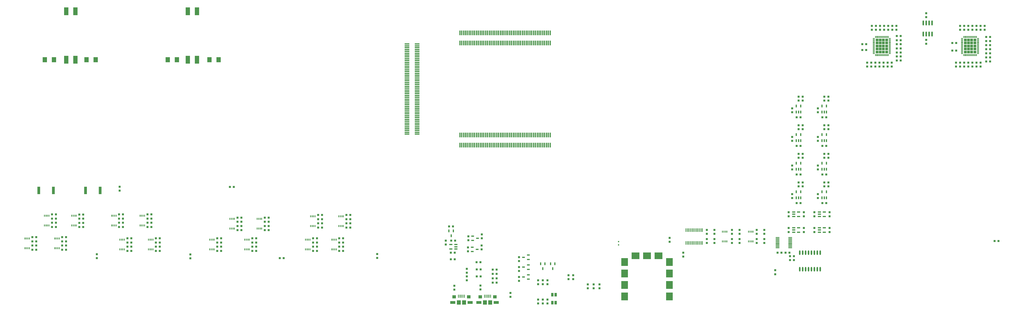
<source format=gtp>
G04*
G04 #@! TF.GenerationSoftware,Altium Limited,Altium Designer,18.1.6 (161)*
G04*
G04 Layer_Color=8421504*
%FSLAX25Y25*%
%MOIN*%
G70*
G01*
G75*
%ADD28R,0.03937X0.05906*%
%ADD29R,0.03740X0.03740*%
%ADD30R,0.03740X0.03740*%
%ADD31R,0.02362X0.01968*%
%ADD32R,0.07500X0.13500*%
%ADD33R,0.07500X0.09000*%
%ADD34R,0.02441X0.04803*%
%ADD35R,0.01654X0.03500*%
%ADD36R,0.01200X0.03200*%
%ADD37R,0.03200X0.01200*%
%ADD38R,0.11811X0.13780*%
%ADD39R,0.13780X0.11811*%
%ADD40R,0.08000X0.02000*%
%ADD41R,0.02000X0.08000*%
%ADD42O,0.02362X0.07874*%
%ADD43R,0.01575X0.05315*%
%ADD44R,0.04900X0.12500*%
%ADD45O,0.02362X0.08661*%
%ADD46R,0.05709X0.02165*%
%ADD47R,0.05709X0.02165*%
%ADD48R,0.05118X0.02362*%
%ADD49R,0.06299X0.05512*%
%ADD50R,0.09055X0.05118*%
%ADD51R,0.07087X0.07480*%
%ADD52R,0.02362X0.05118*%
%ADD53R,0.01181X0.06299*%
%ADD54O,0.06890X0.01181*%
G36*
X1504953Y453784D02*
X1500317D01*
Y458153D01*
X1504953D01*
Y453784D01*
D02*
G37*
G36*
X1499529D02*
X1494894D01*
Y458153D01*
X1499529D01*
Y453784D01*
D02*
G37*
G36*
X1494106D02*
X1489470D01*
Y458153D01*
X1494106D01*
Y453784D01*
D02*
G37*
G36*
X1488683D02*
X1484047D01*
Y458153D01*
X1488683D01*
Y453784D01*
D02*
G37*
G36*
X1504953Y448626D02*
X1500317D01*
Y452996D01*
X1504953D01*
Y448626D01*
D02*
G37*
G36*
X1499529D02*
X1494894D01*
Y452996D01*
X1499529D01*
Y448626D01*
D02*
G37*
G36*
X1494106D02*
X1489470D01*
Y452996D01*
X1494106D01*
Y448626D01*
D02*
G37*
G36*
X1488683D02*
X1484047D01*
Y452996D01*
X1488683D01*
Y448626D01*
D02*
G37*
G36*
X1504953Y443469D02*
X1500317D01*
Y447839D01*
X1504953D01*
Y443469D01*
D02*
G37*
G36*
X1499529D02*
X1494894D01*
Y447839D01*
X1499529D01*
Y443469D01*
D02*
G37*
G36*
X1494106D02*
X1489470D01*
Y447839D01*
X1494106D01*
Y443469D01*
D02*
G37*
G36*
X1488683D02*
X1484047D01*
Y447839D01*
X1488683D01*
Y443469D01*
D02*
G37*
G36*
X1504953Y438311D02*
X1500317D01*
Y442681D01*
X1504953D01*
Y438311D01*
D02*
G37*
G36*
X1499529D02*
X1494894D01*
Y442681D01*
X1499529D01*
Y438311D01*
D02*
G37*
G36*
X1494106D02*
X1489470D01*
Y442681D01*
X1494106D01*
Y438311D01*
D02*
G37*
G36*
X1488683D02*
X1484047D01*
Y442681D01*
X1488683D01*
Y438311D01*
D02*
G37*
G36*
X1504953Y433153D02*
X1500317D01*
Y437524D01*
X1504953D01*
Y433153D01*
D02*
G37*
G36*
X1499529D02*
X1494894D01*
Y437524D01*
X1499529D01*
Y433153D01*
D02*
G37*
G36*
X1494106D02*
X1489470D01*
Y437524D01*
X1494106D01*
Y433153D01*
D02*
G37*
G36*
X1488683D02*
X1484047D01*
Y437524D01*
X1488683D01*
Y433153D01*
D02*
G37*
G36*
X1655953Y453784D02*
X1651317D01*
Y458153D01*
X1655953D01*
Y453784D01*
D02*
G37*
G36*
X1650529D02*
X1645894D01*
Y458153D01*
X1650529D01*
Y453784D01*
D02*
G37*
G36*
X1645106D02*
X1640471D01*
Y458153D01*
X1645106D01*
Y453784D01*
D02*
G37*
G36*
X1639683D02*
X1635047D01*
Y458153D01*
X1639683D01*
Y453784D01*
D02*
G37*
G36*
X1655953Y448626D02*
X1651317D01*
Y452996D01*
X1655953D01*
Y448626D01*
D02*
G37*
G36*
X1650529D02*
X1645894D01*
Y452996D01*
X1650529D01*
Y448626D01*
D02*
G37*
G36*
X1645106D02*
X1640471D01*
Y452996D01*
X1645106D01*
Y448626D01*
D02*
G37*
G36*
X1639683D02*
X1635047D01*
Y452996D01*
X1639683D01*
Y448626D01*
D02*
G37*
G36*
X1655953Y443469D02*
X1651317D01*
Y447839D01*
X1655953D01*
Y443469D01*
D02*
G37*
G36*
X1650529D02*
X1645894D01*
Y447839D01*
X1650529D01*
Y443469D01*
D02*
G37*
G36*
X1645106D02*
X1640471D01*
Y447839D01*
X1645106D01*
Y443469D01*
D02*
G37*
G36*
X1639683D02*
X1635047D01*
Y447839D01*
X1639683D01*
Y443469D01*
D02*
G37*
G36*
X1655953Y438311D02*
X1651317D01*
Y442681D01*
X1655953D01*
Y438311D01*
D02*
G37*
G36*
X1650529D02*
X1645894D01*
Y442681D01*
X1650529D01*
Y438311D01*
D02*
G37*
G36*
X1645106D02*
X1640471D01*
Y442681D01*
X1645106D01*
Y438311D01*
D02*
G37*
G36*
X1639683D02*
X1635047D01*
Y442681D01*
X1639683D01*
Y438311D01*
D02*
G37*
G36*
X1655953Y433153D02*
X1651317D01*
Y437524D01*
X1655953D01*
Y433153D01*
D02*
G37*
G36*
X1650529D02*
X1645894D01*
Y437524D01*
X1650529D01*
Y433153D01*
D02*
G37*
G36*
X1645106D02*
X1640471D01*
Y437524D01*
X1645106D01*
Y433153D01*
D02*
G37*
G36*
X1639683D02*
X1635047D01*
Y437524D01*
X1639683D01*
Y433153D01*
D02*
G37*
D28*
X930878Y19390D02*
D03*
Y5610D02*
D03*
X936390Y19390D02*
D03*
Y5610D02*
D03*
X930878D02*
D03*
D29*
X835347Y55000D02*
D03*
X828654D02*
D03*
X835347Y62500D02*
D03*
X828654D02*
D03*
Y47500D02*
D03*
X835347D02*
D03*
X801153Y75000D02*
D03*
X807847D02*
D03*
X835347Y40000D02*
D03*
X828654D02*
D03*
X757654Y112000D02*
D03*
X764347D02*
D03*
X754153Y136500D02*
D03*
X760847D02*
D03*
X385846Y204000D02*
D03*
X379153D02*
D03*
X464500Y82000D02*
D03*
X471193D02*
D03*
X1687500Y111241D02*
D03*
X1694193D02*
D03*
X801280Y50657D02*
D03*
X807973D02*
D03*
X801280Y62657D02*
D03*
X807973D02*
D03*
X757154Y80000D02*
D03*
X763846D02*
D03*
Y91500D02*
D03*
X757154D02*
D03*
X1348654Y323500D02*
D03*
X1355346D02*
D03*
X1348654Y274500D02*
D03*
X1355346D02*
D03*
X1348654Y225500D02*
D03*
X1355346D02*
D03*
X1348654Y176500D02*
D03*
X1355346D02*
D03*
X1392653Y323500D02*
D03*
X1399347D02*
D03*
X1392653Y274500D02*
D03*
X1399347D02*
D03*
X1392653Y225500D02*
D03*
X1399347D02*
D03*
X1392653Y176500D02*
D03*
X1399347D02*
D03*
X536665Y141623D02*
D03*
X529972D02*
D03*
X398748Y137167D02*
D03*
X392055D02*
D03*
X196235Y142667D02*
D03*
X189542D02*
D03*
X81346D02*
D03*
X74654D02*
D03*
X528014Y101667D02*
D03*
X521321D02*
D03*
X364054D02*
D03*
X357361D02*
D03*
X210347D02*
D03*
X203654D02*
D03*
X47846Y103667D02*
D03*
X41153D02*
D03*
X585100Y141623D02*
D03*
X578407D02*
D03*
X445400Y137167D02*
D03*
X438707D02*
D03*
X244847Y142667D02*
D03*
X238154D02*
D03*
X128024Y142456D02*
D03*
X121331D02*
D03*
X572847Y101667D02*
D03*
X566153D02*
D03*
X424061D02*
D03*
X417369D02*
D03*
X259270D02*
D03*
X252577D02*
D03*
X98847Y103667D02*
D03*
X92154D02*
D03*
X536665Y155956D02*
D03*
X529972D02*
D03*
X398748Y151500D02*
D03*
X392055D02*
D03*
X196235Y157000D02*
D03*
X189542D02*
D03*
X81346D02*
D03*
X74654D02*
D03*
X528014Y116000D02*
D03*
X521321D02*
D03*
X364054D02*
D03*
X357361D02*
D03*
X210347D02*
D03*
X203654D02*
D03*
X47846Y118000D02*
D03*
X41153D02*
D03*
X585100Y155956D02*
D03*
X578407D02*
D03*
X445400Y151500D02*
D03*
X438707D02*
D03*
X244847Y157000D02*
D03*
X238154D02*
D03*
X128024Y156789D02*
D03*
X121331D02*
D03*
X572847Y116000D02*
D03*
X566153D02*
D03*
X424061D02*
D03*
X417369D02*
D03*
X259270D02*
D03*
X252577D02*
D03*
X98847Y118000D02*
D03*
X92154D02*
D03*
X536665Y134456D02*
D03*
X529972D02*
D03*
X398748Y130000D02*
D03*
X392055D02*
D03*
X196235Y135500D02*
D03*
X189542D02*
D03*
X81346D02*
D03*
X74654D02*
D03*
X528014Y94500D02*
D03*
X521321D02*
D03*
X364054D02*
D03*
X357361D02*
D03*
X210347D02*
D03*
X203654D02*
D03*
X47846Y96500D02*
D03*
X41153D02*
D03*
X585100Y134456D02*
D03*
X578407D02*
D03*
X445400Y130000D02*
D03*
X438707D02*
D03*
X244847Y135500D02*
D03*
X238154D02*
D03*
X128024Y135289D02*
D03*
X121331D02*
D03*
X572847Y94500D02*
D03*
X566153D02*
D03*
X424061D02*
D03*
X417369D02*
D03*
X259270D02*
D03*
X252577D02*
D03*
X98847Y96500D02*
D03*
X92154D02*
D03*
X536665Y148789D02*
D03*
X529972D02*
D03*
X398748Y144333D02*
D03*
X392055D02*
D03*
X196235Y149833D02*
D03*
X189542D02*
D03*
X81346D02*
D03*
X74654D02*
D03*
X528014Y108833D02*
D03*
X521321D02*
D03*
X364054D02*
D03*
X357361D02*
D03*
X210347D02*
D03*
X203654D02*
D03*
X47846Y110833D02*
D03*
X41153D02*
D03*
X585100Y148789D02*
D03*
X578407D02*
D03*
X445400Y144333D02*
D03*
X438707D02*
D03*
X244847Y149833D02*
D03*
X238154D02*
D03*
X128024Y149623D02*
D03*
X121331D02*
D03*
X572847Y108833D02*
D03*
X566153D02*
D03*
X424061D02*
D03*
X417369D02*
D03*
X259270D02*
D03*
X252577D02*
D03*
X98847Y110833D02*
D03*
X92154D02*
D03*
X1316075Y91524D02*
D03*
X1322768D02*
D03*
X1336347D02*
D03*
X1329653D02*
D03*
X1679847Y440204D02*
D03*
X1673153D02*
D03*
X1679847Y419204D02*
D03*
X1673153D02*
D03*
X1679847Y426203D02*
D03*
X1673153D02*
D03*
X1679847Y447203D02*
D03*
X1673153D02*
D03*
X1615154Y437580D02*
D03*
X1621847D02*
D03*
X1679847Y454204D02*
D03*
X1673153D02*
D03*
X1679847Y461203D02*
D03*
X1673153D02*
D03*
X1679847Y433204D02*
D03*
X1673153D02*
D03*
X1615154Y450654D02*
D03*
X1621847D02*
D03*
X1526847Y441500D02*
D03*
X1520154D02*
D03*
X1526847Y448654D02*
D03*
X1520154D02*
D03*
X1526847Y434500D02*
D03*
X1520154D02*
D03*
X1461154Y438654D02*
D03*
X1467846D02*
D03*
X1526847Y455500D02*
D03*
X1520154D02*
D03*
X1526847Y420653D02*
D03*
X1520154D02*
D03*
X1461154Y448654D02*
D03*
X1467846D02*
D03*
X1526847Y462653D02*
D03*
X1520154D02*
D03*
X1526847Y427579D02*
D03*
X1520154D02*
D03*
D30*
X906500Y4413D02*
D03*
Y11106D02*
D03*
X914500Y4413D02*
D03*
Y11106D02*
D03*
X922500Y4413D02*
D03*
Y11106D02*
D03*
X807626Y28311D02*
D03*
Y35004D02*
D03*
X809875Y97154D02*
D03*
Y103847D02*
D03*
X786500Y93654D02*
D03*
Y100347D02*
D03*
X810000Y116154D02*
D03*
Y122846D02*
D03*
X787000Y112654D02*
D03*
Y119346D02*
D03*
X763000Y27957D02*
D03*
Y34650D02*
D03*
X784500Y50846D02*
D03*
Y44153D02*
D03*
Y57153D02*
D03*
Y63846D02*
D03*
X1352000Y358846D02*
D03*
Y352153D02*
D03*
Y309846D02*
D03*
Y303153D02*
D03*
Y260846D02*
D03*
Y254153D02*
D03*
Y211846D02*
D03*
Y205153D02*
D03*
X1359000Y352153D02*
D03*
Y358846D02*
D03*
Y303153D02*
D03*
Y309846D02*
D03*
Y254153D02*
D03*
Y260846D02*
D03*
Y205153D02*
D03*
Y211846D02*
D03*
X1403000Y358846D02*
D03*
Y352153D02*
D03*
Y309846D02*
D03*
Y303153D02*
D03*
Y260846D02*
D03*
Y254153D02*
D03*
Y211846D02*
D03*
Y205153D02*
D03*
X1396000Y352153D02*
D03*
Y358846D02*
D03*
Y303153D02*
D03*
Y309846D02*
D03*
Y254153D02*
D03*
Y260846D02*
D03*
Y205153D02*
D03*
Y211846D02*
D03*
X190571Y204346D02*
D03*
Y197653D02*
D03*
X1131500Y116772D02*
D03*
Y110079D02*
D03*
X631000Y88928D02*
D03*
Y82235D02*
D03*
X311503Y88346D02*
D03*
Y81653D02*
D03*
X151476Y88859D02*
D03*
Y82166D02*
D03*
X1154737Y84592D02*
D03*
Y91285D02*
D03*
X748370Y112024D02*
D03*
Y105331D02*
D03*
X1312087Y54559D02*
D03*
Y61252D02*
D03*
X991500Y37106D02*
D03*
Y30413D02*
D03*
X1001500Y37106D02*
D03*
Y30413D02*
D03*
X1011500Y37106D02*
D03*
Y30413D02*
D03*
X958500Y52606D02*
D03*
Y45913D02*
D03*
X873634Y49847D02*
D03*
Y43154D02*
D03*
Y66847D02*
D03*
Y60154D02*
D03*
Y83846D02*
D03*
Y77153D02*
D03*
X906500Y37413D02*
D03*
Y44106D02*
D03*
X914500Y37413D02*
D03*
Y44106D02*
D03*
X922500Y37413D02*
D03*
Y44106D02*
D03*
X1570500Y449500D02*
D03*
Y456193D02*
D03*
Y501847D02*
D03*
Y495154D02*
D03*
X1341000Y332154D02*
D03*
Y338846D02*
D03*
Y283154D02*
D03*
Y289846D02*
D03*
Y234154D02*
D03*
Y240846D02*
D03*
Y185153D02*
D03*
Y191847D02*
D03*
X1385000Y338846D02*
D03*
Y332154D02*
D03*
Y289846D02*
D03*
Y283154D02*
D03*
Y240846D02*
D03*
Y234154D02*
D03*
Y191847D02*
D03*
Y185153D02*
D03*
X1405000Y153894D02*
D03*
Y160587D02*
D03*
X1361000Y153894D02*
D03*
Y160587D02*
D03*
X1405000Y126894D02*
D03*
Y133587D02*
D03*
X1361000Y126894D02*
D03*
Y133587D02*
D03*
X1379000Y153894D02*
D03*
Y160587D02*
D03*
X1335000Y153894D02*
D03*
Y160587D02*
D03*
X1379000Y126894D02*
D03*
Y133587D02*
D03*
X1335000Y126894D02*
D03*
Y133587D02*
D03*
X1293500Y123653D02*
D03*
Y130347D02*
D03*
Y114847D02*
D03*
Y108153D02*
D03*
X1280500Y123653D02*
D03*
Y130347D02*
D03*
X1280559Y114847D02*
D03*
Y108153D02*
D03*
X1238000Y123653D02*
D03*
Y130347D02*
D03*
Y114847D02*
D03*
Y108153D02*
D03*
X1251000Y123653D02*
D03*
Y130347D02*
D03*
Y114847D02*
D03*
Y108153D02*
D03*
X1195000Y123653D02*
D03*
Y130347D02*
D03*
X1208000Y114847D02*
D03*
Y108153D02*
D03*
Y123653D02*
D03*
Y130347D02*
D03*
X1195000Y114847D02*
D03*
Y108153D02*
D03*
X1337500Y78820D02*
D03*
Y85512D02*
D03*
X1344000Y78820D02*
D03*
Y85512D02*
D03*
X966500Y45913D02*
D03*
Y52606D02*
D03*
X859000Y15653D02*
D03*
Y22346D02*
D03*
X1656500Y410307D02*
D03*
Y417000D02*
D03*
X1663500Y410307D02*
D03*
Y417000D02*
D03*
X1642500Y410307D02*
D03*
Y417000D02*
D03*
X1649500Y410307D02*
D03*
Y417000D02*
D03*
X1628500Y480000D02*
D03*
Y473307D02*
D03*
Y410307D02*
D03*
Y417000D02*
D03*
X1621500Y410307D02*
D03*
Y417000D02*
D03*
X1635500Y480000D02*
D03*
Y473307D02*
D03*
X1642500Y480000D02*
D03*
Y473307D02*
D03*
X1635500Y410307D02*
D03*
Y417000D02*
D03*
X1663500Y480000D02*
D03*
Y473307D02*
D03*
X1670500Y480000D02*
D03*
Y473307D02*
D03*
X1656500Y480000D02*
D03*
Y473307D02*
D03*
X1649500Y480000D02*
D03*
Y473307D02*
D03*
X1477500Y480000D02*
D03*
Y473307D02*
D03*
X1483500Y410307D02*
D03*
Y417000D02*
D03*
X1504500Y410307D02*
D03*
Y417000D02*
D03*
X1511500Y410307D02*
D03*
Y417000D02*
D03*
X1490500Y410307D02*
D03*
Y417000D02*
D03*
X1497500Y410307D02*
D03*
Y417000D02*
D03*
X1469500Y410307D02*
D03*
Y417000D02*
D03*
X1476500Y410307D02*
D03*
Y417000D02*
D03*
X1498500Y480000D02*
D03*
Y473307D02*
D03*
X1505500Y480000D02*
D03*
Y473307D02*
D03*
X1519500Y480000D02*
D03*
Y473307D02*
D03*
X1512500Y480000D02*
D03*
Y473307D02*
D03*
X1484500Y480000D02*
D03*
Y473307D02*
D03*
X1491500Y480000D02*
D03*
Y473307D02*
D03*
D31*
X1044000Y104744D02*
D03*
Y110256D02*
D03*
D32*
X322665Y421999D02*
D03*
X307169D02*
D03*
X322665Y504999D02*
D03*
X307169D02*
D03*
X114665Y421999D02*
D03*
X99169D02*
D03*
X114665Y504999D02*
D03*
X99169D02*
D03*
D33*
X288319Y421999D02*
D03*
X272823D02*
D03*
X344169D02*
D03*
X359665D02*
D03*
X78067D02*
D03*
X62571D02*
D03*
X133823D02*
D03*
X149319D02*
D03*
D34*
X1355740Y332343D02*
D03*
X1352000D02*
D03*
X1348260D02*
D03*
Y342657D02*
D03*
X1355740D02*
D03*
X1355740Y283343D02*
D03*
X1352000D02*
D03*
X1348260D02*
D03*
Y293657D02*
D03*
X1355740D02*
D03*
X1355740Y234343D02*
D03*
X1352000D02*
D03*
X1348260D02*
D03*
Y244657D02*
D03*
X1355740D02*
D03*
X1355740Y185343D02*
D03*
X1352000D02*
D03*
X1348260D02*
D03*
Y195658D02*
D03*
X1355740D02*
D03*
X1399740Y332343D02*
D03*
X1396000D02*
D03*
X1392260D02*
D03*
Y342657D02*
D03*
X1399740D02*
D03*
X1399740Y283343D02*
D03*
X1396000D02*
D03*
X1392260D02*
D03*
Y293657D02*
D03*
X1399740D02*
D03*
X1399740Y234343D02*
D03*
X1396000D02*
D03*
X1392260D02*
D03*
Y244657D02*
D03*
X1399740D02*
D03*
X1399740Y185343D02*
D03*
X1396000D02*
D03*
X1392260D02*
D03*
Y195658D02*
D03*
X1399740D02*
D03*
D35*
X524818Y153743D02*
D03*
Y137167D02*
D03*
X522259D02*
D03*
X519700D02*
D03*
X517141D02*
D03*
X522259Y153743D02*
D03*
X519700D02*
D03*
X517141D02*
D03*
X386902Y149287D02*
D03*
Y132711D02*
D03*
X384343D02*
D03*
X381783D02*
D03*
X379224D02*
D03*
X384343Y149287D02*
D03*
X381783D02*
D03*
X379224D02*
D03*
X184388Y154787D02*
D03*
Y138211D02*
D03*
X181829D02*
D03*
X179270D02*
D03*
X176711D02*
D03*
X181829Y154787D02*
D03*
X179270D02*
D03*
X176711D02*
D03*
X69500D02*
D03*
Y138211D02*
D03*
X66941D02*
D03*
X64382D02*
D03*
X61823D02*
D03*
X66941Y154787D02*
D03*
X64382D02*
D03*
X61823D02*
D03*
X516168Y113787D02*
D03*
Y97211D02*
D03*
X513609D02*
D03*
X511050D02*
D03*
X508491D02*
D03*
X513609Y113787D02*
D03*
X511050D02*
D03*
X508491D02*
D03*
X352207D02*
D03*
Y97211D02*
D03*
X349648D02*
D03*
X347089D02*
D03*
X344530D02*
D03*
X349648Y113787D02*
D03*
X347089D02*
D03*
X344530D02*
D03*
X198500D02*
D03*
Y97211D02*
D03*
X195941D02*
D03*
X193382D02*
D03*
X190823D02*
D03*
X195941Y113787D02*
D03*
X193382D02*
D03*
X190823D02*
D03*
X36000Y115787D02*
D03*
Y99211D02*
D03*
X33441D02*
D03*
X30882D02*
D03*
X28323D02*
D03*
X33441Y115787D02*
D03*
X30882D02*
D03*
X28323D02*
D03*
X573253Y153743D02*
D03*
Y137167D02*
D03*
X570694D02*
D03*
X568135D02*
D03*
X565576D02*
D03*
X570694Y153743D02*
D03*
X568135D02*
D03*
X565576D02*
D03*
X433554Y149287D02*
D03*
Y132711D02*
D03*
X430995D02*
D03*
X428435D02*
D03*
X425876D02*
D03*
X430995Y149287D02*
D03*
X428435D02*
D03*
X425876D02*
D03*
X233000Y154787D02*
D03*
Y138211D02*
D03*
X230441D02*
D03*
X227882D02*
D03*
X225323D02*
D03*
X230441Y154787D02*
D03*
X227882D02*
D03*
X225323D02*
D03*
X116177Y154577D02*
D03*
Y138000D02*
D03*
X113618D02*
D03*
X111059D02*
D03*
X108500D02*
D03*
X113618Y154577D02*
D03*
X111059D02*
D03*
X108500D02*
D03*
X561000Y113787D02*
D03*
Y97211D02*
D03*
X558441D02*
D03*
X555882D02*
D03*
X553323D02*
D03*
X558441Y113787D02*
D03*
X555882D02*
D03*
X553323D02*
D03*
X412215D02*
D03*
Y97211D02*
D03*
X409656D02*
D03*
X407097D02*
D03*
X404538D02*
D03*
X409656Y113787D02*
D03*
X407097D02*
D03*
X404538D02*
D03*
X247424D02*
D03*
Y97211D02*
D03*
X244865D02*
D03*
X242305D02*
D03*
X239746D02*
D03*
X244865Y113787D02*
D03*
X242305D02*
D03*
X239746D02*
D03*
X87000Y115787D02*
D03*
Y99211D02*
D03*
X84441D02*
D03*
X81882D02*
D03*
X79323D02*
D03*
X84441Y115787D02*
D03*
X81882D02*
D03*
X79323D02*
D03*
X1274177Y127288D02*
D03*
Y110712D02*
D03*
X1271618D02*
D03*
X1269059D02*
D03*
X1266500D02*
D03*
X1271618Y127288D02*
D03*
X1269059D02*
D03*
X1266500D02*
D03*
X1229598D02*
D03*
Y110712D02*
D03*
X1227039D02*
D03*
X1224480D02*
D03*
X1221921D02*
D03*
X1227039Y127288D02*
D03*
X1224480D02*
D03*
X1221921D02*
D03*
D36*
X1656327Y430103D02*
D03*
X1654358D02*
D03*
X1652390D02*
D03*
X1650421D02*
D03*
X1648453D02*
D03*
X1646484D02*
D03*
X1644516D02*
D03*
X1642547D02*
D03*
X1640579D02*
D03*
X1638610D02*
D03*
X1636642D02*
D03*
X1634673D02*
D03*
Y461203D02*
D03*
X1636642D02*
D03*
X1638610D02*
D03*
X1640579D02*
D03*
X1642547D02*
D03*
X1644516D02*
D03*
X1646484D02*
D03*
X1648453D02*
D03*
X1650421D02*
D03*
X1652390D02*
D03*
X1654358D02*
D03*
X1656327D02*
D03*
X1505327Y430103D02*
D03*
X1503358D02*
D03*
X1501390D02*
D03*
X1499421D02*
D03*
X1497453D02*
D03*
X1495484D02*
D03*
X1493516D02*
D03*
X1491547D02*
D03*
X1489579D02*
D03*
X1487610D02*
D03*
X1485642D02*
D03*
X1483673D02*
D03*
Y461203D02*
D03*
X1485642D02*
D03*
X1487610D02*
D03*
X1489579D02*
D03*
X1491547D02*
D03*
X1493516D02*
D03*
X1495484D02*
D03*
X1497453D02*
D03*
X1499421D02*
D03*
X1501390D02*
D03*
X1503358D02*
D03*
X1505327D02*
D03*
D37*
X1631900Y432858D02*
D03*
Y434827D02*
D03*
Y436795D02*
D03*
Y438764D02*
D03*
Y440732D02*
D03*
Y442701D02*
D03*
Y444669D02*
D03*
Y446638D02*
D03*
Y448606D02*
D03*
Y450575D02*
D03*
Y452543D02*
D03*
Y454512D02*
D03*
Y456480D02*
D03*
Y458449D02*
D03*
X1659100D02*
D03*
Y456480D02*
D03*
Y454512D02*
D03*
Y452543D02*
D03*
Y450575D02*
D03*
Y448606D02*
D03*
Y446638D02*
D03*
Y444669D02*
D03*
Y442701D02*
D03*
Y440732D02*
D03*
Y438764D02*
D03*
Y436795D02*
D03*
Y434827D02*
D03*
Y432858D02*
D03*
X1480900D02*
D03*
Y434827D02*
D03*
Y436795D02*
D03*
Y438764D02*
D03*
Y440732D02*
D03*
Y442701D02*
D03*
Y444669D02*
D03*
Y446638D02*
D03*
Y448606D02*
D03*
Y450575D02*
D03*
Y452543D02*
D03*
Y454512D02*
D03*
Y456480D02*
D03*
Y458449D02*
D03*
X1508100D02*
D03*
Y456480D02*
D03*
Y454512D02*
D03*
Y452543D02*
D03*
Y450575D02*
D03*
Y448606D02*
D03*
Y446638D02*
D03*
Y444669D02*
D03*
Y442701D02*
D03*
Y440732D02*
D03*
Y438764D02*
D03*
Y436795D02*
D03*
Y434827D02*
D03*
Y432858D02*
D03*
D38*
X1131272Y36000D02*
D03*
Y55685D02*
D03*
Y16315D02*
D03*
Y75370D02*
D03*
X1054500D02*
D03*
Y16315D02*
D03*
Y55685D02*
D03*
Y36000D02*
D03*
D39*
X1092886Y86197D02*
D03*
X1073201D02*
D03*
X1112571D02*
D03*
D40*
X699492Y310371D02*
D03*
Y304072D02*
D03*
Y294623D02*
D03*
X682169Y310371D02*
D03*
Y304072D02*
D03*
Y294623D02*
D03*
X699492Y345017D02*
D03*
Y335568D02*
D03*
Y319820D02*
D03*
X682169Y345017D02*
D03*
Y335568D02*
D03*
Y319820D02*
D03*
X699492Y367064D02*
D03*
Y360765D02*
D03*
Y351316D02*
D03*
X682169Y376513D02*
D03*
Y367064D02*
D03*
Y360765D02*
D03*
Y351316D02*
D03*
X699492Y408009D02*
D03*
Y398560D02*
D03*
Y392261D02*
D03*
Y382812D02*
D03*
X682169Y408009D02*
D03*
Y398560D02*
D03*
Y392261D02*
D03*
Y382812D02*
D03*
X699492Y439505D02*
D03*
Y423757D02*
D03*
Y414308D02*
D03*
X682169Y439505D02*
D03*
Y423757D02*
D03*
Y414308D02*
D03*
X699492Y448954D02*
D03*
X682169Y448954D02*
D03*
X699492Y300922D02*
D03*
Y297773D02*
D03*
X682169Y300922D02*
D03*
Y297773D02*
D03*
X699492Y307222D02*
D03*
X682169Y307222D02*
D03*
X699492Y316670D02*
D03*
Y313521D02*
D03*
X682169Y316670D02*
D03*
Y313521D02*
D03*
X699492Y326119D02*
D03*
Y322970D02*
D03*
X682169Y326119D02*
D03*
Y322970D02*
D03*
X699492Y332418D02*
D03*
Y329269D02*
D03*
X682169Y332418D02*
D03*
Y329269D02*
D03*
X699492Y341867D02*
D03*
Y338718D02*
D03*
X682169Y341867D02*
D03*
Y338718D02*
D03*
X699492Y348166D02*
D03*
X682169Y348166D02*
D03*
X699492Y357615D02*
D03*
Y354466D02*
D03*
X682169Y357615D02*
D03*
Y354466D02*
D03*
X699492Y363914D02*
D03*
X682169Y363915D02*
D03*
X699492Y370214D02*
D03*
X682169Y373363D02*
D03*
Y370214D02*
D03*
X699492Y379662D02*
D03*
X682169Y379663D02*
D03*
X699492Y389111D02*
D03*
Y385962D02*
D03*
X682169Y389111D02*
D03*
Y385962D02*
D03*
X699492Y395410D02*
D03*
X682169Y395411D02*
D03*
X699492Y404859D02*
D03*
Y401710D02*
D03*
X682169Y404859D02*
D03*
Y401710D02*
D03*
X699492Y411158D02*
D03*
X682169Y411159D02*
D03*
X699492Y420607D02*
D03*
Y417458D02*
D03*
X682169Y420608D02*
D03*
Y417458D02*
D03*
X699492Y430056D02*
D03*
Y426906D02*
D03*
X682169Y430056D02*
D03*
Y426907D02*
D03*
X699492Y436355D02*
D03*
Y433206D02*
D03*
X682169Y436355D02*
D03*
Y433206D02*
D03*
X699492Y445804D02*
D03*
Y442654D02*
D03*
X682169Y445804D02*
D03*
Y442655D02*
D03*
X699492Y376513D02*
D03*
Y373363D02*
D03*
D41*
X920697Y468000D02*
D03*
X923847D02*
D03*
X920697Y450677D02*
D03*
X923846D02*
D03*
X911248Y468000D02*
D03*
X914398D02*
D03*
X911248Y450677D02*
D03*
X914397D02*
D03*
X904949Y468000D02*
D03*
X908098D02*
D03*
X904949Y450677D02*
D03*
X908098D02*
D03*
X895500Y468000D02*
D03*
X898650D02*
D03*
X895500Y450677D02*
D03*
X898649D02*
D03*
X889201Y468000D02*
D03*
X889200Y450677D02*
D03*
X879752Y468000D02*
D03*
X882902D02*
D03*
X879752Y450677D02*
D03*
X882901D02*
D03*
X873453Y468000D02*
D03*
X873452Y450677D02*
D03*
X864004Y468000D02*
D03*
X867153D02*
D03*
X864004Y450677D02*
D03*
X867153D02*
D03*
X857705Y468000D02*
D03*
X857705Y450677D02*
D03*
X848256Y468000D02*
D03*
X851406D02*
D03*
X848256Y450677D02*
D03*
X851405D02*
D03*
X841957Y468000D02*
D03*
X841957Y450677D02*
D03*
X832508Y468000D02*
D03*
X835658D02*
D03*
X832508Y450677D02*
D03*
X835657D02*
D03*
X826209Y468000D02*
D03*
X826208Y450677D02*
D03*
X816760Y468000D02*
D03*
X819909D02*
D03*
X816760Y450677D02*
D03*
X819909D02*
D03*
X807311Y468000D02*
D03*
X810461D02*
D03*
X807311Y450677D02*
D03*
X810460D02*
D03*
X801012Y468000D02*
D03*
X804161D02*
D03*
X801012Y450677D02*
D03*
X804161D02*
D03*
X791563Y468000D02*
D03*
X794713D02*
D03*
X791563Y450677D02*
D03*
X794713D02*
D03*
X785264Y468000D02*
D03*
X785264Y450677D02*
D03*
X775815Y468000D02*
D03*
X778965D02*
D03*
X775815Y450677D02*
D03*
X778965D02*
D03*
X926996Y468000D02*
D03*
X926996Y450677D02*
D03*
X892350Y468000D02*
D03*
X901799D02*
D03*
X917547D02*
D03*
X892350Y450677D02*
D03*
X901799D02*
D03*
X917547D02*
D03*
X860854Y468000D02*
D03*
X870303D02*
D03*
X876602D02*
D03*
X886051D02*
D03*
X860854Y450677D02*
D03*
X870303D02*
D03*
X876602D02*
D03*
X886051D02*
D03*
X829358Y468000D02*
D03*
X838807D02*
D03*
X845106D02*
D03*
X854555D02*
D03*
X829358Y450677D02*
D03*
X838807D02*
D03*
X845106D02*
D03*
X854555D02*
D03*
X797862Y468000D02*
D03*
X813610D02*
D03*
X823059D02*
D03*
X797862Y450677D02*
D03*
X813610D02*
D03*
X823059D02*
D03*
X772665Y468000D02*
D03*
X782114D02*
D03*
X788413D02*
D03*
X772665Y450677D02*
D03*
X782114D02*
D03*
X788413D02*
D03*
Y275677D02*
D03*
X782114D02*
D03*
X772665D02*
D03*
X788413Y293000D02*
D03*
X782114D02*
D03*
X772665D02*
D03*
X823059Y275677D02*
D03*
X813610D02*
D03*
X797862D02*
D03*
X823059Y293000D02*
D03*
X813610D02*
D03*
X797862D02*
D03*
X854555Y275677D02*
D03*
X845106D02*
D03*
X838807D02*
D03*
X829358D02*
D03*
X854555Y293000D02*
D03*
X845106D02*
D03*
X838807D02*
D03*
X829358D02*
D03*
X886051Y275677D02*
D03*
X876602D02*
D03*
X870303D02*
D03*
X860854D02*
D03*
X886051Y293000D02*
D03*
X876602D02*
D03*
X870303D02*
D03*
X860854D02*
D03*
X917547Y275677D02*
D03*
X901799D02*
D03*
X892350D02*
D03*
X917547Y293000D02*
D03*
X901799D02*
D03*
X892350D02*
D03*
X926996Y275677D02*
D03*
X926996Y293000D02*
D03*
X778965Y275677D02*
D03*
X775815D02*
D03*
X778965Y293000D02*
D03*
X775815D02*
D03*
X785264Y275677D02*
D03*
X785264Y293000D02*
D03*
X794713Y275677D02*
D03*
X791563D02*
D03*
X794713Y293000D02*
D03*
X791563D02*
D03*
X804161Y275677D02*
D03*
X801012D02*
D03*
X804161Y293000D02*
D03*
X801012D02*
D03*
X810460Y275677D02*
D03*
X807311D02*
D03*
X810461Y293000D02*
D03*
X807311D02*
D03*
X819909Y275677D02*
D03*
X816760D02*
D03*
X819909Y293000D02*
D03*
X816760D02*
D03*
X826208Y275677D02*
D03*
X826209Y293000D02*
D03*
X835657Y275677D02*
D03*
X832508D02*
D03*
X835658Y293000D02*
D03*
X832508D02*
D03*
X841957Y275677D02*
D03*
X841957Y293000D02*
D03*
X851405Y275677D02*
D03*
X848256D02*
D03*
X851406Y293000D02*
D03*
X848256D02*
D03*
X857705Y275677D02*
D03*
X857705Y293000D02*
D03*
X867153Y275677D02*
D03*
X864004D02*
D03*
X867153Y293000D02*
D03*
X864004D02*
D03*
X873452Y275677D02*
D03*
X873453Y293000D02*
D03*
X882901Y275677D02*
D03*
X879752D02*
D03*
X882902Y293000D02*
D03*
X879752D02*
D03*
X889200Y275677D02*
D03*
X889201Y293000D02*
D03*
X898649Y275677D02*
D03*
X895500D02*
D03*
X898650Y293000D02*
D03*
X895500D02*
D03*
X908098Y275677D02*
D03*
X904949D02*
D03*
X908098Y293000D02*
D03*
X904949D02*
D03*
X914397Y275677D02*
D03*
X911248D02*
D03*
X914398Y293000D02*
D03*
X911248D02*
D03*
X923846Y275677D02*
D03*
X920697D02*
D03*
X923847Y293000D02*
D03*
X920697D02*
D03*
D42*
X1389000Y91298D02*
D03*
X1384000D02*
D03*
X1379000D02*
D03*
X1374000D02*
D03*
X1369000D02*
D03*
X1364000D02*
D03*
X1359000D02*
D03*
X1354000D02*
D03*
X1389000Y62952D02*
D03*
X1384000D02*
D03*
X1379000D02*
D03*
X1374000D02*
D03*
X1369000D02*
D03*
X1364000D02*
D03*
X1359000D02*
D03*
X1354000D02*
D03*
D43*
X817413Y16740D02*
D03*
X819972D02*
D03*
X825091D02*
D03*
X814854D02*
D03*
X822532D02*
D03*
X780354D02*
D03*
X770118D02*
D03*
X772677D02*
D03*
X777795D02*
D03*
X775236D02*
D03*
D44*
X132020Y197999D02*
D03*
X157122D02*
D03*
X52020Y198000D02*
D03*
X77122D02*
D03*
D45*
X1580525Y484949D02*
D03*
X1575525D02*
D03*
X1570525D02*
D03*
X1565525D02*
D03*
X1580525Y466051D02*
D03*
X1575525D02*
D03*
X1570525D02*
D03*
X1565525D02*
D03*
D46*
X1387768Y160980D02*
D03*
X1343768D02*
D03*
X1387768Y133980D02*
D03*
X1343768D02*
D03*
X765732Y97760D02*
D03*
D47*
X1387768Y157240D02*
D03*
Y153500D02*
D03*
X1396232D02*
D03*
Y160980D02*
D03*
X1343768Y157240D02*
D03*
Y153500D02*
D03*
X1352232D02*
D03*
Y160980D02*
D03*
X1387768Y130240D02*
D03*
Y126500D02*
D03*
X1396232D02*
D03*
Y133980D02*
D03*
X1343768Y130240D02*
D03*
Y126500D02*
D03*
X1352232D02*
D03*
Y133980D02*
D03*
X765732Y101500D02*
D03*
Y105240D02*
D03*
X757268D02*
D03*
Y97760D02*
D03*
D48*
X802134Y97000D02*
D03*
X793866Y93260D02*
D03*
Y100740D02*
D03*
X802634Y116000D02*
D03*
X794366Y112260D02*
D03*
Y119740D02*
D03*
X889634Y46020D02*
D03*
Y53500D02*
D03*
X881366Y49760D02*
D03*
X889634Y62861D02*
D03*
Y70341D02*
D03*
X881366Y66601D02*
D03*
X889768Y79760D02*
D03*
Y87240D02*
D03*
X881500Y83500D02*
D03*
D49*
X807374Y15854D02*
D03*
X832571D02*
D03*
X762638D02*
D03*
X787835D02*
D03*
D50*
X805209Y6209D02*
D03*
X834736D02*
D03*
X760472D02*
D03*
X790000D02*
D03*
D51*
X815445D02*
D03*
X824500D02*
D03*
X770709D02*
D03*
X779764D02*
D03*
D52*
X757654Y120366D02*
D03*
X753913Y128634D02*
D03*
X761394D02*
D03*
X918114Y72500D02*
D03*
X910634D02*
D03*
X914374Y64232D02*
D03*
X935114Y72500D02*
D03*
X927634D02*
D03*
X931374Y64232D02*
D03*
D53*
X1159425Y107976D02*
D03*
X1161984D02*
D03*
X1164543D02*
D03*
X1167102D02*
D03*
X1169661D02*
D03*
X1172221D02*
D03*
X1174780D02*
D03*
X1177339D02*
D03*
X1179898D02*
D03*
X1182457D02*
D03*
X1185016D02*
D03*
X1187575D02*
D03*
X1159425Y130024D02*
D03*
X1161984D02*
D03*
X1164543D02*
D03*
X1167102D02*
D03*
X1169661D02*
D03*
X1172221D02*
D03*
X1174780D02*
D03*
X1177339D02*
D03*
X1179898D02*
D03*
X1182457D02*
D03*
X1185016D02*
D03*
X1187575D02*
D03*
D54*
X1316075Y117382D02*
D03*
Y115413D02*
D03*
Y113445D02*
D03*
Y111476D02*
D03*
Y109508D02*
D03*
Y107539D02*
D03*
Y105571D02*
D03*
Y103602D02*
D03*
Y101634D02*
D03*
Y99665D02*
D03*
X1337925Y117382D02*
D03*
Y115413D02*
D03*
Y113445D02*
D03*
Y111476D02*
D03*
Y109508D02*
D03*
Y107539D02*
D03*
Y105571D02*
D03*
Y103602D02*
D03*
Y101634D02*
D03*
Y99665D02*
D03*
M02*

</source>
